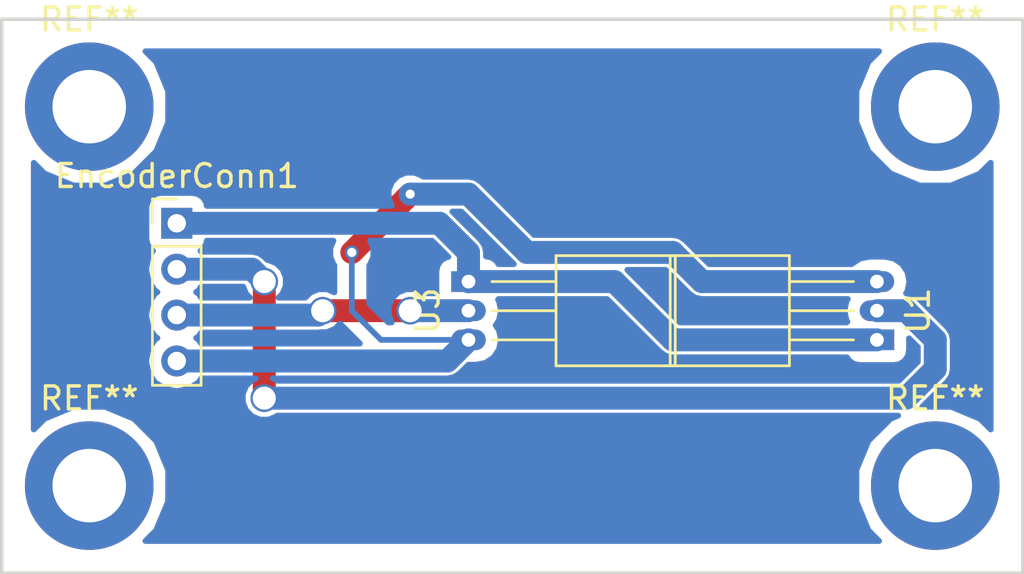
<source format=kicad_pcb>
(kicad_pcb (version 4) (host pcbnew 4.0.7)

  (general
    (links 6)
    (no_connects 0)
    (area 115.494999 97.714999 160.095001 121.995001)
    (thickness 1.6)
    (drawings 4)
    (tracks 37)
    (zones 0)
    (modules 7)
    (nets 5)
  )

  (page A4)
  (layers
    (0 F.Cu signal)
    (31 B.Cu signal)
    (32 B.Adhes user)
    (33 F.Adhes user)
    (34 B.Paste user)
    (35 F.Paste user)
    (36 B.SilkS user)
    (37 F.SilkS user)
    (38 B.Mask user)
    (39 F.Mask user)
    (40 Dwgs.User user)
    (41 Cmts.User user)
    (42 Eco1.User user)
    (43 Eco2.User user)
    (44 Edge.Cuts user)
    (45 Margin user)
    (46 B.CrtYd user)
    (47 F.CrtYd user)
    (48 B.Fab user)
    (49 F.Fab user)
  )

  (setup
    (last_trace_width 1)
    (user_trace_width 1)
    (user_trace_width 6)
    (trace_clearance 0.2)
    (zone_clearance 0.508)
    (zone_45_only no)
    (trace_min 0.2)
    (segment_width 0.2)
    (edge_width 0.15)
    (via_size 0.6)
    (via_drill 0.4)
    (via_min_size 0.4)
    (via_min_drill 0.3)
    (blind_buried_vias_allowed yes)
    (uvia_size 0.3)
    (uvia_drill 0.1)
    (uvias_allowed yes)
    (uvia_min_size 0.2)
    (uvia_min_drill 0.1)
    (pcb_text_width 0.3)
    (pcb_text_size 1.5 1.5)
    (mod_edge_width 0.15)
    (mod_text_size 1 1)
    (mod_text_width 0.15)
    (pad_size 1.524 1.524)
    (pad_drill 0.762)
    (pad_to_mask_clearance 0.2)
    (aux_axis_origin 133.35 104.14)
    (grid_origin 137.16 111.76)
    (visible_elements 7FFFFFFF)
    (pcbplotparams
      (layerselection 0x00030_80000001)
      (usegerberextensions false)
      (excludeedgelayer true)
      (linewidth 0.100000)
      (plotframeref false)
      (viasonmask false)
      (mode 1)
      (useauxorigin false)
      (hpglpennumber 1)
      (hpglpenspeed 20)
      (hpglpendiameter 15)
      (hpglpenoverlay 2)
      (psnegative false)
      (psa4output false)
      (plotreference true)
      (plotvalue true)
      (plotinvisibletext false)
      (padsonsilk false)
      (subtractmaskfromsilk false)
      (outputformat 1)
      (mirror false)
      (drillshape 1)
      (scaleselection 1)
      (outputdirectory ""))
  )

  (net 0 "")
  (net 1 +5V)
  (net 2 Encoder)
  (net 3 "/Encoder Roda/EncoderDir")
  (net 4 GND)

  (net_class Default "This is the default net class."
    (clearance 0.2)
    (trace_width 0.25)
    (via_dia 0.6)
    (via_drill 0.4)
    (uvia_dia 0.3)
    (uvia_drill 0.1)
  )

  (net_class Design ""
    (clearance 0.2)
    (trace_width 1)
    (via_dia 1.2)
    (via_drill 1)
    (uvia_dia 0.3)
    (uvia_drill 0.1)
    (add_net +5V)
    (add_net "/Encoder Roda/EncoderDir")
    (add_net Encoder)
    (add_net GND)
  )

  (module Mounting_Holes:MountingHole_3.2mm_M3_DIN965_Pad (layer F.Cu) (tedit 5D58448B) (tstamp 5D5844F7)
    (at 156.21 118.11)
    (descr "Mounting Hole 3.2mm, M3, DIN965")
    (tags "mounting hole 3.2mm m3 din965")
    (attr virtual)
    (fp_text reference REF** (at 0 -3.8) (layer F.SilkS)
      (effects (font (size 1 1) (thickness 0.15)))
    )
    (fp_text value MountingHole_3.2mm_M3_DIN965_Pad (at 0 3.8) (layer F.Fab) hide
      (effects (font (size 1 1) (thickness 0.15)))
    )
    (fp_text user %R (at 0.3 0) (layer F.Fab)
      (effects (font (size 1 1) (thickness 0.15)))
    )
    (fp_circle (center 0 0) (end 2.8 0) (layer Cmts.User) (width 0.15))
    (fp_circle (center 0 0) (end 3.05 0) (layer F.CrtYd) (width 0.05))
    (pad 1 thru_hole circle (at 0 0) (size 5.6 5.6) (drill 3.2) (layers *.Cu *.Mask))
  )

  (module Mounting_Holes:MountingHole_3.2mm_M3_DIN965_Pad (layer F.Cu) (tedit 5D58448B) (tstamp 5D5844DC)
    (at 119.38 118.11)
    (descr "Mounting Hole 3.2mm, M3, DIN965")
    (tags "mounting hole 3.2mm m3 din965")
    (attr virtual)
    (fp_text reference REF** (at 0 -3.8) (layer F.SilkS)
      (effects (font (size 1 1) (thickness 0.15)))
    )
    (fp_text value MountingHole_3.2mm_M3_DIN965_Pad (at 0 3.8) (layer F.Fab) hide
      (effects (font (size 1 1) (thickness 0.15)))
    )
    (fp_text user %R (at 0.3 0) (layer F.Fab)
      (effects (font (size 1 1) (thickness 0.15)))
    )
    (fp_circle (center 0 0) (end 2.8 0) (layer Cmts.User) (width 0.15))
    (fp_circle (center 0 0) (end 3.05 0) (layer F.CrtYd) (width 0.05))
    (pad 1 thru_hole circle (at 0 0) (size 5.6 5.6) (drill 3.2) (layers *.Cu *.Mask))
  )

  (module Mounting_Holes:MountingHole_3.2mm_M3_DIN965_Pad (layer F.Cu) (tedit 5D58448B) (tstamp 5D5844D2)
    (at 156.21 101.6)
    (descr "Mounting Hole 3.2mm, M3, DIN965")
    (tags "mounting hole 3.2mm m3 din965")
    (attr virtual)
    (fp_text reference REF** (at 0 -3.8) (layer F.SilkS)
      (effects (font (size 1 1) (thickness 0.15)))
    )
    (fp_text value MountingHole_3.2mm_M3_DIN965_Pad (at 0 3.8) (layer F.Fab) hide
      (effects (font (size 1 1) (thickness 0.15)))
    )
    (fp_text user %R (at 0.3 0) (layer F.Fab)
      (effects (font (size 1 1) (thickness 0.15)))
    )
    (fp_circle (center 0 0) (end 2.8 0) (layer Cmts.User) (width 0.15))
    (fp_circle (center 0 0) (end 3.05 0) (layer F.CrtYd) (width 0.05))
    (pad 1 thru_hole circle (at 0 0) (size 5.6 5.6) (drill 3.2) (layers *.Cu *.Mask))
  )

  (module Pin_Headers:Pin_Header_Straight_1x04_Pitch2.00mm (layer F.Cu) (tedit 5D58349F) (tstamp 5D583995)
    (at 123.19 106.68)
    (descr "Through hole straight pin header, 1x04, 2.00mm pitch, single row")
    (tags "Through hole pin header THT 1x04 2.00mm single row")
    (path /5D5816D6/5D5819A2)
    (fp_text reference EncoderConn1 (at 0 -2.06) (layer F.SilkS)
      (effects (font (size 1 1) (thickness 0.15)))
    )
    (fp_text value Conn_01x04_Female (at 0 8.06) (layer F.Fab) hide
      (effects (font (size 1 1) (thickness 0.15)))
    )
    (fp_line (start -0.5 -1) (end 1 -1) (layer F.Fab) (width 0.1))
    (fp_line (start 1 -1) (end 1 7) (layer F.Fab) (width 0.1))
    (fp_line (start 1 7) (end -1 7) (layer F.Fab) (width 0.1))
    (fp_line (start -1 7) (end -1 -0.5) (layer F.Fab) (width 0.1))
    (fp_line (start -1 -0.5) (end -0.5 -1) (layer F.Fab) (width 0.1))
    (fp_line (start -1.06 7.06) (end 1.06 7.06) (layer F.SilkS) (width 0.12))
    (fp_line (start -1.06 1) (end -1.06 7.06) (layer F.SilkS) (width 0.12))
    (fp_line (start 1.06 1) (end 1.06 7.06) (layer F.SilkS) (width 0.12))
    (fp_line (start -1.06 1) (end 1.06 1) (layer F.SilkS) (width 0.12))
    (fp_line (start -1.06 0) (end -1.06 -1.06) (layer F.SilkS) (width 0.12))
    (fp_line (start -1.06 -1.06) (end 0 -1.06) (layer F.SilkS) (width 0.12))
    (fp_line (start -1.5 -1.5) (end -1.5 7.5) (layer F.CrtYd) (width 0.05))
    (fp_line (start -1.5 7.5) (end 1.5 7.5) (layer F.CrtYd) (width 0.05))
    (fp_line (start 1.5 7.5) (end 1.5 -1.5) (layer F.CrtYd) (width 0.05))
    (fp_line (start 1.5 -1.5) (end -1.5 -1.5) (layer F.CrtYd) (width 0.05))
    (fp_text user %R (at -2.54 2.54 90) (layer F.Fab)
      (effects (font (size 1 1) (thickness 0.15)))
    )
    (pad 1 thru_hole rect (at 0 0) (size 1.35 1.35) (drill 0.8) (layers *.Cu *.Mask)
      (net 1 +5V))
    (pad 2 thru_hole oval (at 0 2) (size 1.35 1.35) (drill 0.8) (layers *.Cu *.Mask)
      (net 2 Encoder))
    (pad 3 thru_hole oval (at 0 4) (size 1.35 1.35) (drill 0.8) (layers *.Cu *.Mask)
      (net 3 "/Encoder Roda/EncoderDir"))
    (pad 4 thru_hole oval (at 0 6) (size 1.35 1.35) (drill 0.8) (layers *.Cu *.Mask)
      (net 4 GND))
    (model ${KISYS3DMOD}/Pin_Headers.3dshapes/Pin_Header_Straight_1x04_Pitch2.00mm.wrl
      (at (xyz 0 0 0))
      (scale (xyz 1 1 1))
      (rotate (xyz 0 0 0))
    )
  )

  (module TO_SOT_Packages_THT:TO-92_Horizontal2_Inline_Narrow_Oval (layer F.Cu) (tedit 5D5831DC) (tstamp 5D5839AF)
    (at 153.67 111.76 90)
    (descr "TO-92 horizontal, leads in-line, narrow, oval pads, drill 0.6mm (see NXP sot054_po.pdf)")
    (tags "to-92 sc-43 sc-43a sot54 PA33 transistor")
    (path /5D5816D6/5D5817A7)
    (fp_text reference U1 (at 1.27 1.78 90) (layer F.SilkS)
      (effects (font (size 1 1) (thickness 0.15)))
    )
    (fp_text value A1301KLHLT-T (at 5.08 -3.81 180) (layer F.Fab)
      (effects (font (size 1 1) (thickness 0.15)))
    )
    (fp_text user %R (at 1.27 1.78 90) (layer F.Fab)
      (effects (font (size 1 1) (thickness 0.15)))
    )
    (fp_line (start 2.54 -3.94) (end 2.54 -1.02) (layer F.Fab) (width 0.1))
    (fp_line (start 1.27 -3.94) (end 1.27 -1.02) (layer F.Fab) (width 0.1))
    (fp_line (start 0 -3.94) (end 0 -1.02) (layer F.Fab) (width 0.1))
    (fp_line (start -1.02 -8.89) (end -1.02 -3.94) (layer F.Fab) (width 0.1))
    (fp_line (start -1.02 -3.94) (end 3.56 -3.94) (layer F.Fab) (width 0.1))
    (fp_line (start 3.56 -3.94) (end 3.56 -8.89) (layer F.Fab) (width 0.1))
    (fp_line (start 3.56 -8.89) (end -1.02 -8.89) (layer F.Fab) (width 0.1))
    (fp_line (start 0 -1.02) (end 0 -3.81) (layer F.SilkS) (width 0.12))
    (fp_line (start 1.27 -1.02) (end 1.27 -3.81) (layer F.SilkS) (width 0.12))
    (fp_line (start 2.54 -1.02) (end 2.54 -3.81) (layer F.SilkS) (width 0.12))
    (fp_line (start -1.13 -3.81) (end 3.67 -3.81) (layer F.SilkS) (width 0.12))
    (fp_line (start 3.67 -3.81) (end 3.67 -9) (layer F.SilkS) (width 0.12))
    (fp_line (start 3.67 -9) (end -1.13 -9) (layer F.SilkS) (width 0.12))
    (fp_line (start -1.13 -9) (end -1.13 -3.81) (layer F.SilkS) (width 0.12))
    (fp_line (start -1.27 -9.14) (end 3.81 -9.14) (layer F.CrtYd) (width 0.05))
    (fp_line (start -1.27 -9.14) (end -1.27 1) (layer F.CrtYd) (width 0.05))
    (fp_line (start 3.81 1) (end 3.81 -9.14) (layer F.CrtYd) (width 0.05))
    (fp_line (start 3.81 1) (end -1.27 1) (layer F.CrtYd) (width 0.05))
    (pad 2 thru_hole oval (at 1.27 0 270) (size 0.9 1.5) (drill 0.6) (layers *.Cu *.Mask)
      (net 2 Encoder))
    (pad 3 thru_hole oval (at 2.54 0 270) (size 0.9 1.5) (drill 0.6) (layers *.Cu *.Mask)
      (net 4 GND))
    (pad 1 thru_hole rect (at 0 0 270) (size 0.9 1.5) (drill 0.6) (layers *.Cu *.Mask)
      (net 1 +5V))
    (model ${KISYS3DMOD}/TO_SOT_Packages_THT.3dshapes/TO-92_Horizontal2_Inline_Narrow_Oval.wrl
      (at (xyz 0.05 0 0))
      (scale (xyz 1 1 1))
      (rotate (xyz 0 0 90))
    )
  )

  (module TO_SOT_Packages_THT:TO-92_Horizontal2_Inline_Narrow_Oval (layer F.Cu) (tedit 5D5831F0) (tstamp 5D5839C9)
    (at 135.89 109.22 270)
    (descr "TO-92 horizontal, leads in-line, narrow, oval pads, drill 0.6mm (see NXP sot054_po.pdf)")
    (tags "to-92 sc-43 sc-43a sot54 PA33 transistor")
    (path /5D5816D6/5D581813)
    (fp_text reference U3 (at 1.27 1.78 270) (layer F.SilkS)
      (effects (font (size 1 1) (thickness 0.15)))
    )
    (fp_text value A1301KLHLT-T (at 5.08 -3.81 360) (layer F.Fab)
      (effects (font (size 1 1) (thickness 0.15)))
    )
    (fp_text user %R (at 1.27 1.78 270) (layer F.Fab)
      (effects (font (size 1 1) (thickness 0.15)))
    )
    (fp_line (start 2.54 -3.94) (end 2.54 -1.02) (layer F.Fab) (width 0.1))
    (fp_line (start 1.27 -3.94) (end 1.27 -1.02) (layer F.Fab) (width 0.1))
    (fp_line (start 0 -3.94) (end 0 -1.02) (layer F.Fab) (width 0.1))
    (fp_line (start -1.02 -8.89) (end -1.02 -3.94) (layer F.Fab) (width 0.1))
    (fp_line (start -1.02 -3.94) (end 3.56 -3.94) (layer F.Fab) (width 0.1))
    (fp_line (start 3.56 -3.94) (end 3.56 -8.89) (layer F.Fab) (width 0.1))
    (fp_line (start 3.56 -8.89) (end -1.02 -8.89) (layer F.Fab) (width 0.1))
    (fp_line (start 0 -1.02) (end 0 -3.81) (layer F.SilkS) (width 0.12))
    (fp_line (start 1.27 -1.02) (end 1.27 -3.81) (layer F.SilkS) (width 0.12))
    (fp_line (start 2.54 -1.02) (end 2.54 -3.81) (layer F.SilkS) (width 0.12))
    (fp_line (start -1.13 -3.81) (end 3.67 -3.81) (layer F.SilkS) (width 0.12))
    (fp_line (start 3.67 -3.81) (end 3.67 -9) (layer F.SilkS) (width 0.12))
    (fp_line (start 3.67 -9) (end -1.13 -9) (layer F.SilkS) (width 0.12))
    (fp_line (start -1.13 -9) (end -1.13 -3.81) (layer F.SilkS) (width 0.12))
    (fp_line (start -1.27 -9.14) (end 3.81 -9.14) (layer F.CrtYd) (width 0.05))
    (fp_line (start -1.27 -9.14) (end -1.27 1) (layer F.CrtYd) (width 0.05))
    (fp_line (start 3.81 1) (end 3.81 -9.14) (layer F.CrtYd) (width 0.05))
    (fp_line (start 3.81 1) (end -1.27 1) (layer F.CrtYd) (width 0.05))
    (pad 2 thru_hole oval (at 1.27 0 90) (size 0.9 1.5) (drill 0.6) (layers *.Cu *.Mask)
      (net 3 "/Encoder Roda/EncoderDir"))
    (pad 3 thru_hole oval (at 2.54 0 90) (size 0.9 1.5) (drill 0.6) (layers *.Cu *.Mask)
      (net 4 GND))
    (pad 1 thru_hole rect (at 0 0 90) (size 0.9 1.5) (drill 0.6) (layers *.Cu *.Mask)
      (net 1 +5V))
    (model ${KISYS3DMOD}/TO_SOT_Packages_THT.3dshapes/TO-92_Horizontal2_Inline_Narrow_Oval.wrl
      (at (xyz 0.05 0 0))
      (scale (xyz 1 1 1))
      (rotate (xyz 0 0 90))
    )
  )

  (module Mounting_Holes:MountingHole_3.2mm_M3_DIN965_Pad (layer F.Cu) (tedit 5D58448B) (tstamp 5D584467)
    (at 119.38 101.6)
    (descr "Mounting Hole 3.2mm, M3, DIN965")
    (tags "mounting hole 3.2mm m3 din965")
    (attr virtual)
    (fp_text reference REF** (at 0 -3.8) (layer F.SilkS)
      (effects (font (size 1 1) (thickness 0.15)))
    )
    (fp_text value MountingHole_3.2mm_M3_DIN965_Pad (at 0 3.8) (layer F.Fab) hide
      (effects (font (size 1 1) (thickness 0.15)))
    )
    (fp_text user %R (at 0.3 0) (layer F.Fab)
      (effects (font (size 1 1) (thickness 0.15)))
    )
    (fp_circle (center 0 0) (end 2.8 0) (layer Cmts.User) (width 0.15))
    (fp_circle (center 0 0) (end 3.05 0) (layer F.CrtYd) (width 0.05))
    (pad 1 thru_hole circle (at 0 0) (size 5.6 5.6) (drill 3.2) (layers *.Cu *.Mask))
  )

  (gr_line (start 115.57 121.92) (end 115.57 97.79) (angle 90) (layer Edge.Cuts) (width 0.15))
  (gr_line (start 160.02 121.92) (end 115.57 121.92) (angle 90) (layer Edge.Cuts) (width 0.15))
  (gr_line (start 160.02 97.79) (end 160.02 121.92) (angle 90) (layer Edge.Cuts) (width 0.15))
  (gr_line (start 115.57 97.79) (end 160.02 97.79) (angle 90) (layer Edge.Cuts) (width 0.15))

  (segment (start 123.19 106.68) (end 134.62 106.68) (width 1) (layer B.Cu) (net 1) (status 400000))
  (segment (start 134.62 106.68) (end 135.89 107.95) (width 1) (layer B.Cu) (net 1) (tstamp 5D584A59))
  (segment (start 135.89 107.95) (end 135.89 109.22) (width 1) (layer B.Cu) (net 1) (tstamp 5D584A5D) (status 800000))
  (segment (start 135.89 107.95) (end 135.89 109.22) (width 1) (layer B.Cu) (net 1) (tstamp 5D583AE8))
  (segment (start 134.62 106.68) (end 135.89 107.95) (width 1) (layer B.Cu) (net 1) (tstamp 5D583AE6))
  (segment (start 135.89 109.22) (end 142.24 109.22) (width 1) (layer B.Cu) (net 1))
  (segment (start 144.78 111.76) (end 153.67 111.76) (width 1) (layer B.Cu) (net 1) (tstamp 5D583AF5))
  (segment (start 142.24 109.22) (end 144.78 111.76) (width 1) (layer B.Cu) (net 1) (tstamp 5D583AF3))
  (segment (start 154.94 110.49) (end 153.67 110.49) (width 1) (layer B.Cu) (net 2) (tstamp 5D583B5E))
  (segment (start 156.21 111.76) (end 154.94 110.49) (width 1) (layer B.Cu) (net 2) (tstamp 5D583B5C))
  (segment (start 156.21 113.03) (end 156.21 111.76) (width 1) (layer B.Cu) (net 2) (tstamp 5D583B5B))
  (segment (start 154.94 114.3) (end 156.21 113.03) (width 1) (layer B.Cu) (net 2) (tstamp 5D583B5A))
  (segment (start 127 114.3) (end 154.94 114.3) (width 1) (layer B.Cu) (net 2) (tstamp 5D583B59))
  (via (at 127 114.3) (size 1.2) (drill 1) (layers F.Cu B.Cu) (net 2))
  (segment (start 127 109.22) (end 127 114.3) (width 1) (layer F.Cu) (net 2) (tstamp 5D583B56))
  (via (at 127 109.22) (size 1.2) (drill 1) (layers F.Cu B.Cu) (net 2))
  (segment (start 126.46 108.68) (end 127 109.22) (width 1) (layer B.Cu) (net 2) (tstamp 5D583B53))
  (segment (start 123.19 108.68) (end 126.46 108.68) (width 1) (layer B.Cu) (net 2))
  (via (at 133.35 110.49) (size 1.2) (drill 1) (layers F.Cu B.Cu) (net 3))
  (segment (start 129.35 110.68) (end 129.54 110.49) (width 1) (layer B.Cu) (net 3) (tstamp 5D583B3F))
  (via (at 129.54 110.49) (size 1.2) (drill 1) (layers F.Cu B.Cu) (net 3))
  (segment (start 129.54 110.49) (end 133.35 110.49) (width 1) (layer F.Cu) (net 3) (tstamp 5D583B42))
  (segment (start 123.19 110.68) (end 129.35 110.68) (width 1) (layer B.Cu) (net 3))
  (segment (start 133.35 110.49) (end 135.89 110.49) (width 1) (layer B.Cu) (net 3) (tstamp 5D583B47))
  (segment (start 135.89 111.76) (end 132.08 111.76) (width 0.25) (layer B.Cu) (net 4))
  (segment (start 146.05 109.22) (end 153.67 109.22) (width 1) (layer B.Cu) (net 4) (tstamp 5D583B1C))
  (segment (start 144.78 107.95) (end 146.05 109.22) (width 1) (layer B.Cu) (net 4) (tstamp 5D583B1A))
  (segment (start 138.43 107.95) (end 144.78 107.95) (width 1) (layer B.Cu) (net 4) (tstamp 5D583B18))
  (segment (start 135.89 105.41) (end 138.43 107.95) (width 1) (layer B.Cu) (net 4) (tstamp 5D583B17))
  (segment (start 133.35 105.41) (end 135.89 105.41) (width 1) (layer B.Cu) (net 4) (tstamp 5D583B16))
  (via (at 133.35 105.41) (size 0.6) (drill 0.4) (layers F.Cu B.Cu) (net 4))
  (segment (start 130.81 107.95) (end 133.35 105.41) (width 1) (layer F.Cu) (net 4) (tstamp 5D583B13))
  (via (at 130.81 107.95) (size 0.6) (drill 0.4) (layers F.Cu B.Cu) (net 4))
  (segment (start 130.81 110.49) (end 130.81 107.95) (width 0.25) (layer B.Cu) (net 4) (tstamp 5D583B10))
  (segment (start 132.08 111.76) (end 130.81 110.49) (width 0.25) (layer B.Cu) (net 4) (tstamp 5D583B0E))
  (segment (start 134.97 112.68) (end 135.89 111.76) (width 1) (layer B.Cu) (net 4) (tstamp 5D583AFA))
  (segment (start 123.19 112.68) (end 134.97 112.68) (width 1) (layer B.Cu) (net 4))

  (zone (net 0) (net_name "") (layer B.Cu) (tstamp 5D5847F4) (hatch edge 0.508)
    (connect_pads (clearance 0.508))
    (min_thickness 0.254)
    (fill yes (arc_segments 16) (thermal_gap 0.508) (thermal_bridge_width 0.508))
    (polygon
      (pts
        (xy 160.02 121.92) (xy 115.57 121.92) (xy 115.57 97.79) (xy 160.02 97.79)
      )
    )
    (filled_polygon
      (pts
        (xy 153.310675 99.640679) (xy 153.303797 99.645501) (xy 153.302333 99.649006) (xy 153.299646 99.651688) (xy 153.039122 100.279099)
        (xy 152.777064 100.906434) (xy 152.777053 100.910234) (xy 152.775597 100.913739) (xy 152.775004 101.593045) (xy 152.772965 102.272956)
        (xy 152.774408 102.27647) (xy 152.774405 102.280266) (xy 153.033784 102.908013) (xy 153.292122 103.537027) (xy 153.296224 103.543165)
        (xy 153.29625 103.543229) (xy 153.296299 103.543278) (xy 153.303797 103.554499) (xy 153.316139 103.563153) (xy 154.250679 104.499325)
        (xy 154.255501 104.506203) (xy 154.259006 104.507667) (xy 154.261688 104.510354) (xy 154.889099 104.770878) (xy 155.516434 105.032936)
        (xy 155.520234 105.032947) (xy 155.523739 105.034403) (xy 156.203045 105.034996) (xy 156.882956 105.037035) (xy 156.88647 105.035592)
        (xy 156.890266 105.035595) (xy 157.518013 104.776216) (xy 158.147027 104.517878) (xy 158.153165 104.513776) (xy 158.153229 104.51375)
        (xy 158.153278 104.513701) (xy 158.164499 104.506203) (xy 158.173153 104.493861) (xy 158.623 104.044798) (xy 158.623 115.665146)
        (xy 158.169321 115.210675) (xy 158.164499 115.203797) (xy 158.160994 115.202333) (xy 158.158312 115.199646) (xy 157.530901 114.939122)
        (xy 156.903566 114.677064) (xy 156.899766 114.677053) (xy 156.896261 114.675597) (xy 156.216955 114.675004) (xy 155.641524 114.673278)
        (xy 156.747401 113.567401) (xy 156.912148 113.32084) (xy 156.97 113.03) (xy 156.97 111.76) (xy 156.933201 111.575)
        (xy 156.912148 111.46916) (xy 156.747401 111.222599) (xy 155.477401 109.952599) (xy 155.230839 109.787852) (xy 154.94 109.73)
        (xy 154.936208 109.73) (xy 154.999543 109.635212) (xy 155.082134 109.22) (xy 154.999543 108.804788) (xy 154.764345 108.452789)
        (xy 154.412346 108.217591) (xy 153.997134 108.135) (xy 153.342866 108.135) (xy 152.927654 108.217591) (xy 152.575655 108.452789)
        (xy 152.570837 108.46) (xy 146.364802 108.46) (xy 145.317401 107.412599) (xy 145.070839 107.247852) (xy 144.78 107.19)
        (xy 138.744802 107.19) (xy 136.427401 104.872599) (xy 136.180839 104.707852) (xy 135.89 104.65) (xy 133.912463 104.65)
        (xy 133.880327 104.617808) (xy 133.536799 104.475162) (xy 133.164833 104.474838) (xy 132.821057 104.616883) (xy 132.557808 104.879673)
        (xy 132.415162 105.223201) (xy 132.414838 105.595167) (xy 132.549056 105.92) (xy 124.496446 105.92) (xy 124.468162 105.769683)
        (xy 124.32909 105.553559) (xy 124.11689 105.408569) (xy 123.865 105.35756) (xy 122.515 105.35756) (xy 122.279683 105.401838)
        (xy 122.063559 105.54091) (xy 121.918569 105.75311) (xy 121.86756 106.005) (xy 121.86756 107.355) (xy 121.911838 107.590317)
        (xy 122.05091 107.806441) (xy 122.155177 107.877683) (xy 121.954054 108.178685) (xy 121.854336 108.68) (xy 121.954054 109.181315)
        (xy 122.238026 109.60631) (xy 122.348311 109.68) (xy 122.238026 109.75369) (xy 121.954054 110.178685) (xy 121.854336 110.68)
        (xy 121.954054 111.181315) (xy 122.238026 111.60631) (xy 122.348311 111.68) (xy 122.238026 111.75369) (xy 121.954054 112.178685)
        (xy 121.854336 112.68) (xy 121.954054 113.181315) (xy 122.238026 113.60631) (xy 122.663021 113.890282) (xy 123.164336 113.99)
        (xy 123.215664 113.99) (xy 123.716979 113.890282) (xy 124.141974 113.60631) (xy 124.253099 113.44) (xy 126.632927 113.44)
        (xy 126.471057 113.506883) (xy 126.207808 113.769673) (xy 126.065162 114.113201) (xy 126.064838 114.485167) (xy 126.206883 114.828943)
        (xy 126.469673 115.092192) (xy 126.813201 115.234838) (xy 127.185167 115.235162) (xy 127.528943 115.093117) (xy 127.562118 115.06)
        (xy 154.594671 115.06) (xy 154.272973 115.192122) (xy 154.266835 115.196224) (xy 154.266771 115.19625) (xy 154.266722 115.196299)
        (xy 154.255501 115.203797) (xy 154.246847 115.216139) (xy 153.310675 116.150679) (xy 153.303797 116.155501) (xy 153.302333 116.159006)
        (xy 153.299646 116.161688) (xy 153.039122 116.789099) (xy 152.777064 117.416434) (xy 152.777053 117.420234) (xy 152.775597 117.423739)
        (xy 152.775004 118.103045) (xy 152.772965 118.782956) (xy 152.774408 118.78647) (xy 152.774405 118.790266) (xy 153.033784 119.418013)
        (xy 153.292122 120.047027) (xy 153.296224 120.053165) (xy 153.29625 120.053229) (xy 153.296299 120.053278) (xy 153.303797 120.064499)
        (xy 153.316139 120.073153) (xy 153.765202 120.523) (xy 121.824854 120.523) (xy 122.279325 120.069321) (xy 122.286203 120.064499)
        (xy 122.287667 120.060994) (xy 122.290354 120.058312) (xy 122.550878 119.430901) (xy 122.812936 118.803566) (xy 122.812947 118.799766)
        (xy 122.814403 118.796261) (xy 122.814996 118.116955) (xy 122.817035 117.437044) (xy 122.815592 117.43353) (xy 122.815595 117.429734)
        (xy 122.556216 116.801987) (xy 122.297878 116.172973) (xy 122.293776 116.166835) (xy 122.29375 116.166771) (xy 122.293701 116.166722)
        (xy 122.286203 116.155501) (xy 122.273861 116.146847) (xy 121.339321 115.210675) (xy 121.334499 115.203797) (xy 121.330994 115.202333)
        (xy 121.328312 115.199646) (xy 120.700901 114.939122) (xy 120.073566 114.677064) (xy 120.069766 114.677053) (xy 120.066261 114.675597)
        (xy 119.386955 114.675004) (xy 118.707044 114.672965) (xy 118.70353 114.674408) (xy 118.699734 114.674405) (xy 118.071987 114.933784)
        (xy 117.442973 115.192122) (xy 117.436835 115.196224) (xy 117.436771 115.19625) (xy 117.436722 115.196299) (xy 117.425501 115.203797)
        (xy 117.416847 115.216139) (xy 116.967 115.665202) (xy 116.967 104.044854) (xy 117.420679 104.499325) (xy 117.425501 104.506203)
        (xy 117.429006 104.507667) (xy 117.431688 104.510354) (xy 118.059099 104.770878) (xy 118.686434 105.032936) (xy 118.690234 105.032947)
        (xy 118.693739 105.034403) (xy 119.373045 105.034996) (xy 120.052956 105.037035) (xy 120.05647 105.035592) (xy 120.060266 105.035595)
        (xy 120.688013 104.776216) (xy 121.317027 104.517878) (xy 121.323165 104.513776) (xy 121.323229 104.51375) (xy 121.323278 104.513701)
        (xy 121.334499 104.506203) (xy 121.343153 104.493861) (xy 122.279325 103.559321) (xy 122.286203 103.554499) (xy 122.287667 103.550994)
        (xy 122.290354 103.548312) (xy 122.550878 102.920901) (xy 122.812936 102.293566) (xy 122.812947 102.289766) (xy 122.814403 102.286261)
        (xy 122.814996 101.606955) (xy 122.817035 100.927044) (xy 122.815592 100.92353) (xy 122.815595 100.919734) (xy 122.556216 100.291987)
        (xy 122.297878 99.662973) (xy 122.293776 99.656835) (xy 122.29375 99.656771) (xy 122.293701 99.656722) (xy 122.286203 99.645501)
        (xy 122.273861 99.636847) (xy 121.824798 99.187) (xy 153.765146 99.187)
      )
    )
    (filled_polygon
      (pts
        (xy 144.242599 112.297401) (xy 144.48916 112.462148) (xy 144.537414 112.471746) (xy 144.78 112.52) (xy 152.364895 112.52)
        (xy 152.45591 112.661441) (xy 152.66811 112.806431) (xy 152.92 112.85744) (xy 154.42 112.85744) (xy 154.655317 112.813162)
        (xy 154.871441 112.67409) (xy 155.016431 112.46189) (xy 155.06744 112.21) (xy 155.06744 111.692242) (xy 155.45 112.074802)
        (xy 155.45 112.715198) (xy 154.625198 113.54) (xy 127.562463 113.54) (xy 127.530327 113.507808) (xy 127.367028 113.44)
        (xy 134.97 113.44) (xy 135.260839 113.382148) (xy 135.507401 113.217401) (xy 135.879802 112.845) (xy 136.217134 112.845)
        (xy 136.632346 112.762409) (xy 136.984345 112.527211) (xy 137.219543 112.175212) (xy 137.302134 111.76) (xy 137.219543 111.344788)
        (xy 137.072685 111.125) (xy 137.219543 110.905212) (xy 137.302134 110.49) (xy 137.219543 110.074788) (xy 137.176241 110.009981)
        (xy 137.196726 109.98) (xy 141.925198 109.98)
      )
    )
    (filled_polygon
      (pts
        (xy 131.165198 111.92) (xy 124.253099 111.92) (xy 124.141974 111.75369) (xy 124.031689 111.68) (xy 124.141974 111.60631)
        (xy 124.253099 111.44) (xy 129.35 111.44) (xy 129.425905 111.424901) (xy 129.725167 111.425162) (xy 130.068943 111.283117)
        (xy 130.298829 111.053631)
      )
    )
    (filled_polygon
      (pts
        (xy 145.512599 109.757401) (xy 145.75916 109.922148) (xy 146.05 109.98) (xy 152.403792 109.98) (xy 152.340457 110.074788)
        (xy 152.257866 110.49) (xy 152.340457 110.905212) (xy 152.383759 110.970019) (xy 152.363274 111) (xy 145.094802 111)
        (xy 142.804802 108.71) (xy 144.465198 108.71)
      )
    )
    (filled_polygon
      (pts
        (xy 135.011868 108.14667) (xy 134.904683 108.166838) (xy 134.688559 108.30591) (xy 134.543569 108.51811) (xy 134.49256 108.77)
        (xy 134.49256 109.67) (xy 134.50385 109.73) (xy 133.912463 109.73) (xy 133.880327 109.697808) (xy 133.536799 109.555162)
        (xy 133.164833 109.554838) (xy 132.821057 109.696883) (xy 132.557808 109.959673) (xy 132.415162 110.303201) (xy 132.414838 110.675167)
        (xy 132.549056 111) (xy 132.394802 111) (xy 131.57 110.175198) (xy 131.57 108.512463) (xy 131.602192 108.480327)
        (xy 131.744838 108.136799) (xy 131.745162 107.764833) (xy 131.610944 107.44) (xy 134.305198 107.44)
      )
    )
    (filled_polygon
      (pts
        (xy 126.206883 109.748943) (xy 126.377642 109.92) (xy 124.253099 109.92) (xy 124.141974 109.75369) (xy 124.031689 109.68)
        (xy 124.141974 109.60631) (xy 124.253099 109.44) (xy 126.079231 109.44)
      )
    )
    (filled_polygon
      (pts
        (xy 129.875162 107.763201) (xy 129.874838 108.135167) (xy 130.016883 108.478943) (xy 130.05 108.512118) (xy 130.05 109.689367)
        (xy 129.726799 109.555162) (xy 129.354833 109.554838) (xy 129.011057 109.696883) (xy 128.78755 109.92) (xy 127.622223 109.92)
        (xy 127.792192 109.750327) (xy 127.934838 109.406799) (xy 127.935162 109.034833) (xy 127.793117 108.691057) (xy 127.530327 108.427808)
        (xy 127.186799 108.285162) (xy 127.139923 108.285121) (xy 126.997401 108.142599) (xy 126.750839 107.977852) (xy 126.46 107.92)
        (xy 124.253099 107.92) (xy 124.224992 107.877936) (xy 124.316441 107.81909) (xy 124.461431 107.60689) (xy 124.495227 107.44)
        (xy 130.009367 107.44)
      )
    )
    (filled_polygon
      (pts
        (xy 137.865198 108.46) (xy 137.195105 108.46) (xy 137.10409 108.318559) (xy 136.89189 108.173569) (xy 136.65 108.124585)
        (xy 136.65 107.95) (xy 136.592148 107.659161) (xy 136.592148 107.65916) (xy 136.427401 107.412599) (xy 135.184802 106.17)
        (xy 135.575198 106.17)
      )
    )
  )
)

</source>
